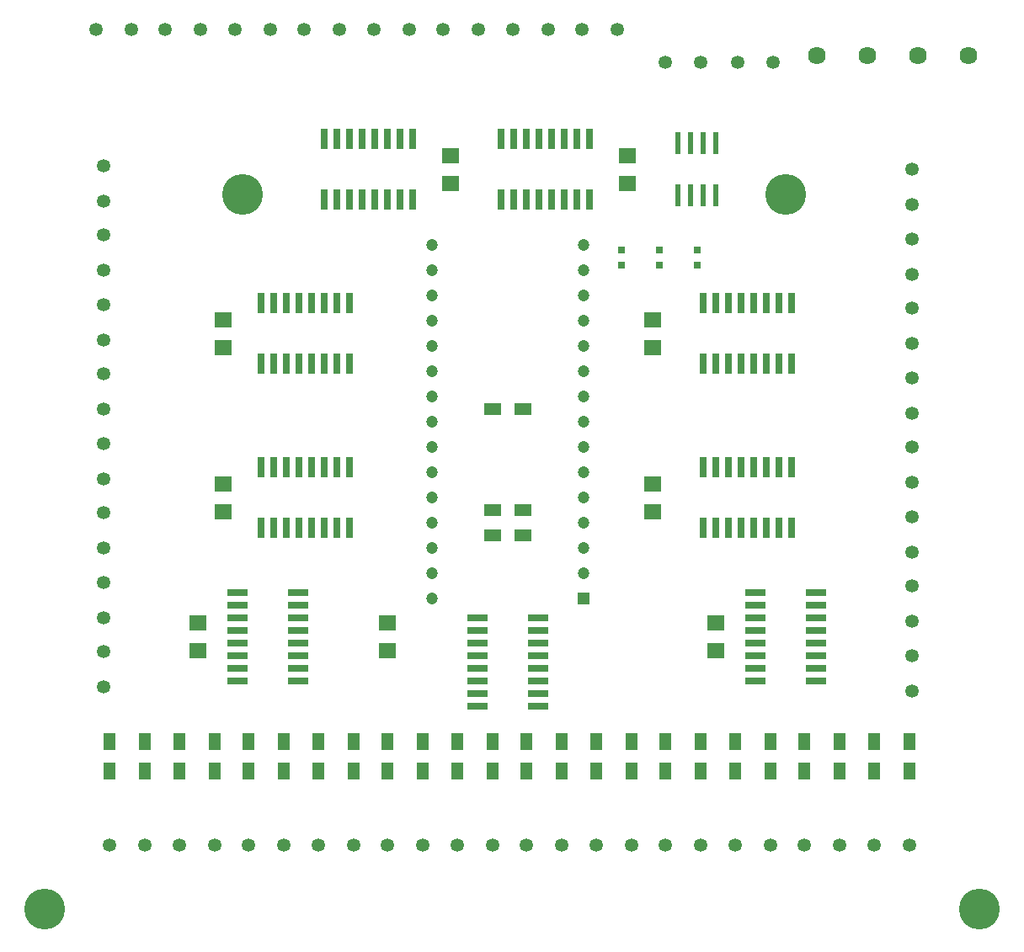
<source format=gts>
G04 #@! TF.GenerationSoftware,KiCad,Pcbnew,(6.0.9)*
G04 #@! TF.CreationDate,2023-02-21T15:57:59-05:00*
G04 #@! TF.ProjectId,Arduino-CMRI_SMD_v7_Nano,41726475-696e-46f2-9d43-4d52495f534d,rev?*
G04 #@! TF.SameCoordinates,Original*
G04 #@! TF.FileFunction,Soldermask,Top*
G04 #@! TF.FilePolarity,Negative*
%FSLAX46Y46*%
G04 Gerber Fmt 4.6, Leading zero omitted, Abs format (unit mm)*
G04 Created by KiCad (PCBNEW (6.0.9)) date 2023-02-21 15:57:59*
%MOMM*%
%LPD*%
G01*
G04 APERTURE LIST*
%ADD10C,4.100000*%
%ADD11R,1.800000X1.600000*%
%ADD12R,1.200000X1.800000*%
%ADD13C,1.350000*%
%ADD14R,0.800000X0.800000*%
%ADD15R,0.600000X2.200000*%
%ADD16R,0.660400X2.032000*%
%ADD17R,1.800000X1.200000*%
%ADD18R,1.200000X1.200000*%
%ADD19C,1.200000*%
%ADD20C,1.790700*%
%ADD21R,2.032000X0.660400*%
G04 APERTURE END LIST*
D10*
G04 #@! TO.C,*
X195580000Y-152400000D03*
G04 #@! TD*
G04 #@! TO.C,*
X101600000Y-152400000D03*
G04 #@! TD*
G04 #@! TO.C,H2*
X176085600Y-80546100D03*
G04 #@! TD*
D11*
G04 #@! TO.C,C7*
X119570600Y-95916100D03*
X119570600Y-93116100D03*
G04 #@! TD*
D12*
G04 #@! TO.C,R14*
X143065600Y-138560100D03*
X143065600Y-135562100D03*
G04 #@! TD*
G04 #@! TO.C,R11*
X153606600Y-138560100D03*
X153606600Y-135562100D03*
G04 #@! TD*
D11*
G04 #@! TO.C,C6*
X160210600Y-79406100D03*
X160210600Y-76606100D03*
G04 #@! TD*
D13*
G04 #@! TO.C,X15*
X148653600Y-63909100D03*
X152209600Y-63909100D03*
G04 #@! TD*
D11*
G04 #@! TO.C,C5*
X162750600Y-112426100D03*
X162750600Y-109626100D03*
G04 #@! TD*
D13*
G04 #@! TO.C,X24*
X188785600Y-126901100D03*
X188785600Y-130457100D03*
G04 #@! TD*
G04 #@! TO.C,X11*
X120713600Y-63909100D03*
X124269600Y-63909100D03*
G04 #@! TD*
D11*
G04 #@! TO.C,C4*
X162750600Y-95916100D03*
X162750600Y-93116100D03*
G04 #@! TD*
D13*
G04 #@! TO.C,X34*
X171005600Y-145951100D03*
X174561600Y-145951100D03*
G04 #@! TD*
G04 #@! TO.C,X1*
X107505600Y-130076100D03*
X107505600Y-126520100D03*
G04 #@! TD*
G04 #@! TO.C,X33*
X164020600Y-145951100D03*
X167576600Y-145951100D03*
G04 #@! TD*
D14*
G04 #@! TO.C,U$1*
X167195600Y-86146100D03*
X167195600Y-87646100D03*
G04 #@! TD*
D15*
G04 #@! TO.C,IC2*
X165290600Y-80606100D03*
X166560600Y-80606100D03*
X167830600Y-80606100D03*
X169100600Y-80606100D03*
X169100600Y-75406100D03*
X167830600Y-75406100D03*
X166560600Y-75406100D03*
X165290600Y-75406100D03*
G04 #@! TD*
D13*
G04 #@! TO.C,X40*
X164020600Y-67211100D03*
X167576600Y-67211100D03*
G04 #@! TD*
D16*
G04 #@! TO.C,IC8*
X129730600Y-81079500D03*
X131000600Y-81079500D03*
X132270600Y-81079500D03*
X133540600Y-81079500D03*
X134810600Y-81079500D03*
X136080600Y-81079500D03*
X137350600Y-81079500D03*
X138620600Y-81079500D03*
X138620600Y-74932700D03*
X137350600Y-74932700D03*
X136080600Y-74932700D03*
X134810600Y-74932700D03*
X133540600Y-74932700D03*
X132270600Y-74932700D03*
X131000600Y-74932700D03*
X129730600Y-74932700D03*
G04 #@! TD*
D11*
G04 #@! TO.C,C2*
X136080600Y-123596100D03*
X136080600Y-126396100D03*
G04 #@! TD*
D17*
G04 #@! TO.C,R26*
X146646600Y-112296100D03*
X149644600Y-112296100D03*
G04 #@! TD*
D18*
G04 #@! TO.C,ARDUINO_NANO1*
X155765600Y-121186100D03*
D19*
X155765600Y-118646100D03*
X155765600Y-116106100D03*
X155765600Y-113566100D03*
X155765600Y-111026100D03*
X155765600Y-108486100D03*
X155765600Y-105946100D03*
X155765600Y-103406100D03*
X155765600Y-100866100D03*
X155765600Y-98326100D03*
X155765600Y-95786100D03*
X155765600Y-93246100D03*
X155765600Y-90706100D03*
X155765600Y-88166100D03*
X155765600Y-85626100D03*
X140525600Y-85626100D03*
X140525600Y-88166100D03*
X140525600Y-90706100D03*
X140525600Y-93246100D03*
X140525600Y-95786100D03*
X140525600Y-98326100D03*
X140525600Y-100866100D03*
X140525600Y-103406100D03*
X140525600Y-105946100D03*
X140525600Y-108486100D03*
X140525600Y-111026100D03*
X140525600Y-113566100D03*
X140525600Y-116106100D03*
X140525600Y-118646100D03*
X140525600Y-121186100D03*
G04 #@! TD*
D12*
G04 #@! TO.C,R24*
X108140600Y-138560100D03*
X108140600Y-135562100D03*
G04 #@! TD*
G04 #@! TO.C,R22*
X115125600Y-138560100D03*
X115125600Y-135562100D03*
G04 #@! TD*
D13*
G04 #@! TO.C,X19*
X188785600Y-91976100D03*
X188785600Y-95532100D03*
G04 #@! TD*
G04 #@! TO.C,X39*
X171259600Y-67211100D03*
X174815600Y-67211100D03*
G04 #@! TD*
G04 #@! TO.C,X7*
X107505600Y-88166100D03*
X107505600Y-84610100D03*
G04 #@! TD*
D12*
G04 #@! TO.C,R12*
X150050600Y-138560100D03*
X150050600Y-135562100D03*
G04 #@! TD*
G04 #@! TO.C,R1*
X188531600Y-138560100D03*
X188531600Y-135562100D03*
G04 #@! TD*
D17*
G04 #@! TO.C,R27*
X146646600Y-102136100D03*
X149644600Y-102136100D03*
G04 #@! TD*
D13*
G04 #@! TO.C,X31*
X150050600Y-145951100D03*
X153606600Y-145951100D03*
G04 #@! TD*
G04 #@! TO.C,X16*
X155638600Y-63909100D03*
X159194600Y-63909100D03*
G04 #@! TD*
D11*
G04 #@! TO.C,C9*
X119570600Y-109626100D03*
X119570600Y-112426100D03*
G04 #@! TD*
D13*
G04 #@! TO.C,X28*
X129095600Y-145951100D03*
X132651600Y-145951100D03*
G04 #@! TD*
G04 #@! TO.C,X9*
X106743600Y-63909100D03*
X110299600Y-63909100D03*
G04 #@! TD*
D11*
G04 #@! TO.C,C3*
X117030600Y-123596100D03*
X117030600Y-126396100D03*
G04 #@! TD*
D13*
G04 #@! TO.C,X5*
X107505600Y-102136100D03*
X107505600Y-98580100D03*
G04 #@! TD*
G04 #@! TO.C,X25*
X108140600Y-145951100D03*
X111696600Y-145951100D03*
G04 #@! TD*
D12*
G04 #@! TO.C,R20*
X122110600Y-138560100D03*
X122110600Y-135562100D03*
G04 #@! TD*
G04 #@! TO.C,R19*
X125666600Y-138560100D03*
X125666600Y-135562100D03*
G04 #@! TD*
G04 #@! TO.C,R4*
X177990600Y-138560100D03*
X177990600Y-135562100D03*
G04 #@! TD*
D13*
G04 #@! TO.C,X6*
X107505600Y-95151100D03*
X107505600Y-91595100D03*
G04 #@! TD*
D17*
G04 #@! TO.C,R25*
X146646600Y-114836100D03*
X149644600Y-114836100D03*
G04 #@! TD*
D12*
G04 #@! TO.C,R5*
X174561600Y-138560100D03*
X174561600Y-135562100D03*
G04 #@! TD*
D13*
G04 #@! TO.C,X23*
X188785600Y-119916100D03*
X188785600Y-123472100D03*
G04 #@! TD*
G04 #@! TO.C,X18*
X188785600Y-84991100D03*
X188785600Y-88547100D03*
G04 #@! TD*
D12*
G04 #@! TO.C,R18*
X129095600Y-138560100D03*
X129095600Y-135562100D03*
G04 #@! TD*
G04 #@! TO.C,R23*
X111696600Y-138560100D03*
X111696600Y-135562100D03*
G04 #@! TD*
D16*
G04 #@! TO.C,IC6*
X123380600Y-114099500D03*
X124650600Y-114099500D03*
X125920600Y-114099500D03*
X127190600Y-114099500D03*
X128460600Y-114099500D03*
X129730600Y-114099500D03*
X131000600Y-114099500D03*
X132270600Y-114099500D03*
X132270600Y-107952700D03*
X131000600Y-107952700D03*
X129730600Y-107952700D03*
X128460600Y-107952700D03*
X127190600Y-107952700D03*
X125920600Y-107952700D03*
X124650600Y-107952700D03*
X123380600Y-107952700D03*
G04 #@! TD*
D13*
G04 #@! TO.C,X3*
X107505600Y-116106100D03*
X107505600Y-112550100D03*
G04 #@! TD*
D12*
G04 #@! TO.C,R8*
X164020600Y-138560100D03*
X164020600Y-135562100D03*
G04 #@! TD*
D13*
G04 #@! TO.C,X8*
X107505600Y-81181100D03*
X107505600Y-77625100D03*
G04 #@! TD*
G04 #@! TO.C,X29*
X136080600Y-145951100D03*
X139636600Y-145951100D03*
G04 #@! TD*
D12*
G04 #@! TO.C,R21*
X118681600Y-138560100D03*
X118681600Y-135562100D03*
G04 #@! TD*
G04 #@! TO.C,R17*
X132651600Y-138560100D03*
X132651600Y-135562100D03*
G04 #@! TD*
D13*
G04 #@! TO.C,X14*
X141668600Y-63909100D03*
X145224600Y-63909100D03*
G04 #@! TD*
G04 #@! TO.C,X22*
X188785600Y-112931100D03*
X188785600Y-116487100D03*
G04 #@! TD*
G04 #@! TO.C,X35*
X177990600Y-145951100D03*
X181546600Y-145951100D03*
G04 #@! TD*
D12*
G04 #@! TO.C,R9*
X160591600Y-138560100D03*
X160591600Y-135562100D03*
G04 #@! TD*
G04 #@! TO.C,R7*
X167576600Y-138560100D03*
X167576600Y-135562100D03*
G04 #@! TD*
G04 #@! TO.C,R6*
X171005600Y-138560100D03*
X171005600Y-135562100D03*
G04 #@! TD*
D16*
G04 #@! TO.C,IC10*
X167830600Y-97589500D03*
X169100600Y-97589500D03*
X170370600Y-97589500D03*
X171640600Y-97589500D03*
X172910600Y-97589500D03*
X174180600Y-97589500D03*
X175450600Y-97589500D03*
X176720600Y-97589500D03*
X176720600Y-91442700D03*
X175450600Y-91442700D03*
X174180600Y-91442700D03*
X172910600Y-91442700D03*
X171640600Y-91442700D03*
X170370600Y-91442700D03*
X169100600Y-91442700D03*
X167830600Y-91442700D03*
G04 #@! TD*
D13*
G04 #@! TO.C,X21*
X188785600Y-105946100D03*
X188785600Y-109502100D03*
G04 #@! TD*
G04 #@! TO.C,X2*
X107505600Y-123091100D03*
X107505600Y-119535100D03*
G04 #@! TD*
D11*
G04 #@! TO.C,C1*
X169100600Y-123596100D03*
X169100600Y-126396100D03*
G04 #@! TD*
D13*
G04 #@! TO.C,X30*
X143065600Y-145951100D03*
X146621600Y-145951100D03*
G04 #@! TD*
D12*
G04 #@! TO.C,R10*
X157035600Y-138560100D03*
X157035600Y-135562100D03*
G04 #@! TD*
D16*
G04 #@! TO.C,IC9*
X147510600Y-81079500D03*
X148780600Y-81079500D03*
X150050600Y-81079500D03*
X151320600Y-81079500D03*
X152590600Y-81079500D03*
X153860600Y-81079500D03*
X155130600Y-81079500D03*
X156400600Y-81079500D03*
X156400600Y-74932700D03*
X155130600Y-74932700D03*
X153860600Y-74932700D03*
X152590600Y-74932700D03*
X151320600Y-74932700D03*
X150050600Y-74932700D03*
X148780600Y-74932700D03*
X147510600Y-74932700D03*
G04 #@! TD*
D13*
G04 #@! TO.C,X20*
X188785600Y-98961100D03*
X188785600Y-102517100D03*
G04 #@! TD*
G04 #@! TO.C,X27*
X122110600Y-145951100D03*
X125666600Y-145951100D03*
G04 #@! TD*
D11*
G04 #@! TO.C,C8*
X142430600Y-76606100D03*
X142430600Y-79406100D03*
G04 #@! TD*
D13*
G04 #@! TO.C,X32*
X157035600Y-145951100D03*
X160591600Y-145951100D03*
G04 #@! TD*
D12*
G04 #@! TO.C,R15*
X139636600Y-138560100D03*
X139636600Y-135562100D03*
G04 #@! TD*
G04 #@! TO.C,R16*
X136080600Y-138560100D03*
X136080600Y-135562100D03*
G04 #@! TD*
D20*
G04 #@! TO.C,X38*
X184340600Y-66576100D03*
X179260600Y-66576100D03*
G04 #@! TD*
D12*
G04 #@! TO.C,R2*
X184975600Y-138560100D03*
X184975600Y-135562100D03*
G04 #@! TD*
D14*
G04 #@! TO.C,U$2*
X163385600Y-86146100D03*
X163385600Y-87646100D03*
G04 #@! TD*
G04 #@! TO.C,U$3*
X159575600Y-86146100D03*
X159575600Y-87646100D03*
G04 #@! TD*
D12*
G04 #@! TO.C,R3*
X181546600Y-138560100D03*
X181546600Y-135562100D03*
G04 #@! TD*
D20*
G04 #@! TO.C,X37*
X194500600Y-66576100D03*
X189420600Y-66576100D03*
G04 #@! TD*
D13*
G04 #@! TO.C,X10*
X113728600Y-63909100D03*
X117284600Y-63909100D03*
G04 #@! TD*
G04 #@! TO.C,X12*
X127698600Y-63909100D03*
X131254600Y-63909100D03*
G04 #@! TD*
G04 #@! TO.C,X13*
X134683600Y-63909100D03*
X138239600Y-63909100D03*
G04 #@! TD*
G04 #@! TO.C,X36*
X184975600Y-145951100D03*
X188531600Y-145951100D03*
G04 #@! TD*
D21*
G04 #@! TO.C,IC5*
X127089000Y-129441100D03*
X127089000Y-128171100D03*
X127089000Y-126901100D03*
X127089000Y-125631100D03*
X127089000Y-124361100D03*
X127089000Y-123091100D03*
X127089000Y-121821100D03*
X127089000Y-120551100D03*
X120942200Y-120551100D03*
X120942200Y-121821100D03*
X120942200Y-123091100D03*
X120942200Y-124361100D03*
X120942200Y-125631100D03*
X120942200Y-126901100D03*
X120942200Y-128171100D03*
X120942200Y-129441100D03*
G04 #@! TD*
D13*
G04 #@! TO.C,X17*
X188785600Y-78006100D03*
X188785600Y-81562100D03*
G04 #@! TD*
D12*
G04 #@! TO.C,R13*
X146621600Y-138560100D03*
X146621600Y-135562100D03*
G04 #@! TD*
D21*
G04 #@! TO.C,IC1*
X179159000Y-129441100D03*
X179159000Y-128171100D03*
X179159000Y-126901100D03*
X179159000Y-125631100D03*
X179159000Y-124361100D03*
X179159000Y-123091100D03*
X179159000Y-121821100D03*
X179159000Y-120551100D03*
X173012200Y-120551100D03*
X173012200Y-121821100D03*
X173012200Y-123091100D03*
X173012200Y-124361100D03*
X173012200Y-125631100D03*
X173012200Y-126901100D03*
X173012200Y-128171100D03*
X173012200Y-129441100D03*
G04 #@! TD*
D13*
G04 #@! TO.C,X26*
X115125600Y-145951100D03*
X118681600Y-145951100D03*
G04 #@! TD*
D10*
G04 #@! TO.C,H1*
X121475600Y-80546100D03*
G04 #@! TD*
D21*
G04 #@! TO.C,IC3*
X151219000Y-131981100D03*
X151219000Y-130711100D03*
X151219000Y-129441100D03*
X151219000Y-128171100D03*
X151219000Y-126901100D03*
X151219000Y-125631100D03*
X151219000Y-124361100D03*
X151219000Y-123091100D03*
X145072200Y-123091100D03*
X145072200Y-124361100D03*
X145072200Y-125631100D03*
X145072200Y-126901100D03*
X145072200Y-128171100D03*
X145072200Y-129441100D03*
X145072200Y-130711100D03*
X145072200Y-131981100D03*
G04 #@! TD*
D13*
G04 #@! TO.C,X4*
X107505600Y-109121100D03*
X107505600Y-105565100D03*
G04 #@! TD*
D16*
G04 #@! TO.C,IC11*
X167830600Y-114099500D03*
X169100600Y-114099500D03*
X170370600Y-114099500D03*
X171640600Y-114099500D03*
X172910600Y-114099500D03*
X174180600Y-114099500D03*
X175450600Y-114099500D03*
X176720600Y-114099500D03*
X176720600Y-107952700D03*
X175450600Y-107952700D03*
X174180600Y-107952700D03*
X172910600Y-107952700D03*
X171640600Y-107952700D03*
X170370600Y-107952700D03*
X169100600Y-107952700D03*
X167830600Y-107952700D03*
G04 #@! TD*
G04 #@! TO.C,IC7*
X123380600Y-97589500D03*
X124650600Y-97589500D03*
X125920600Y-97589500D03*
X127190600Y-97589500D03*
X128460600Y-97589500D03*
X129730600Y-97589500D03*
X131000600Y-97589500D03*
X132270600Y-97589500D03*
X132270600Y-91442700D03*
X131000600Y-91442700D03*
X129730600Y-91442700D03*
X128460600Y-91442700D03*
X127190600Y-91442700D03*
X125920600Y-91442700D03*
X124650600Y-91442700D03*
X123380600Y-91442700D03*
G04 #@! TD*
M02*

</source>
